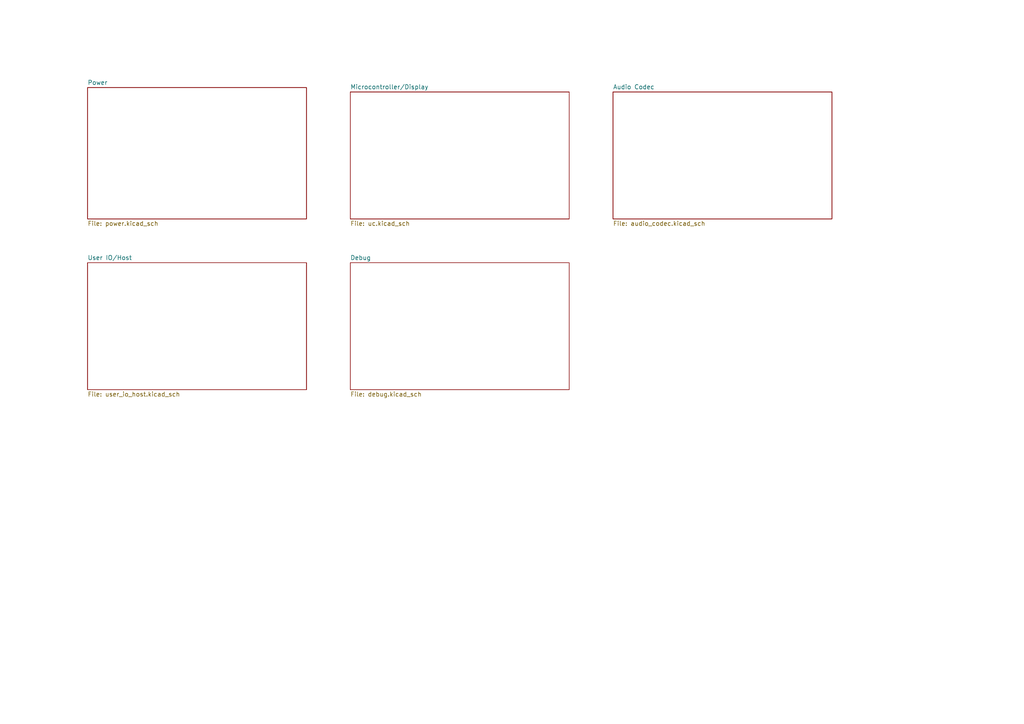
<source format=kicad_sch>
(kicad_sch (version 20211123) (generator eeschema)
  (paper "A4")
  (title_block (title "BitMasher") (date "2021-04-18") (rev "P2") (company "MeoWorkshop/Nyankichi Works"))
  (lib_symbols)
  (sheet (at 25.4 25.4) (size 63.5 38.1)
    (property "Sheet name" "Power" (at 25.4 24.6884 0) (effects (justify left bottom)))
    (property "Sheet file" "power.kicad_sch" (at 25.4 64.0846 0) (effects (justify left top)))
  )
  (sheet (at 101.6 26.67) (size 63.5 36.83)
    (property "Sheet name" "Microcontroller/Display" (at 101.6 25.9584 0) (effects (justify left bottom)))
    (property "Sheet file" "uc.kicad_sch" (at 101.6 64.0846 0) (effects (justify left top)))
  )
  (sheet (at 25.4 76.2) (size 63.5 36.83)
    (property "Sheet name" "User IO/Host" (at 25.4 75.4884 0) (effects (justify left bottom)))
    (property "Sheet file" "user_io_host.kicad_sch" (at 25.4 113.6146 0) (effects (justify left top)))
  )
  (sheet (at 101.6 76.2) (size 63.5 36.83)
    (property "Sheet name" "Debug" (at 101.6 75.4884 0) (effects (justify left bottom)))
    (property "Sheet file" "debug.kicad_sch" (at 101.6 113.6146 0) (effects (justify left top)))
  )
  (sheet (at 177.8 26.67) (size 63.5 36.83)
    (property "Sheet name" "Audio Codec" (at 177.8 25.9584 0) (effects (justify left bottom)))
    (property "Sheet file" "audio_codec.kicad_sch" (at 177.8 64.0846 0) (effects (justify left top)))
  )
)
</source>
